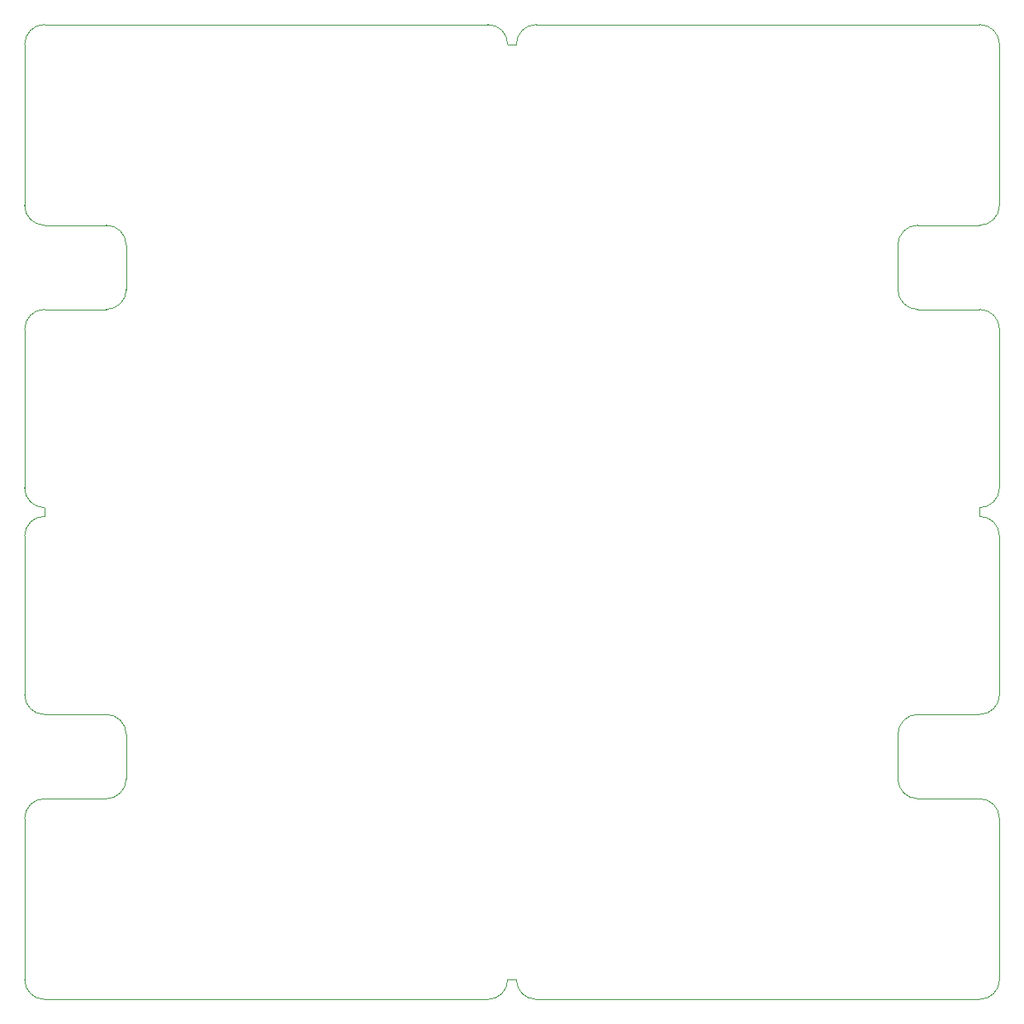
<source format=gm1>
G04 #@! TF.GenerationSoftware,KiCad,Pcbnew,5.1.8-1.fc31*
G04 #@! TF.CreationDate,2021-07-02T10:36:43+02:00*
G04 #@! TF.ProjectId,LoRaWANV2.1_panelized,4c6f5261-5741-44e5-9632-2e315f70616e,rev?*
G04 #@! TF.SameCoordinates,Original*
G04 #@! TF.FileFunction,Profile,NP*
%FSLAX46Y46*%
G04 Gerber Fmt 4.6, Leading zero omitted, Abs format (unit mm)*
G04 Created by KiCad (PCBNEW 5.1.8-1.fc31) date 2021-07-02 10:36:43*
%MOMM*%
%LPD*%
G01*
G04 APERTURE LIST*
G04 #@! TA.AperFunction,Profile*
%ADD10C,0.050000*%
G04 #@! TD*
G04 APERTURE END LIST*
D10*
X126492000Y-123571000D02*
X81026000Y-123571000D01*
X126492000Y-102997000D02*
X120142000Y-102997000D01*
X118110000Y-100965000D02*
X118110000Y-96393000D01*
X120142000Y-94361000D02*
X126492000Y-94361000D01*
X128524000Y-105029000D02*
X128524000Y-121539000D01*
X128524000Y-92329000D02*
X128524000Y-76073000D01*
X126492000Y-102997000D02*
G75*
G02*
X128524000Y-105029000I0J-2032000D01*
G01*
X128524000Y-92329000D02*
G75*
G02*
X126492000Y-94361000I-2032000J0D01*
G01*
X118110000Y-96393000D02*
G75*
G02*
X120142000Y-94361000I2032000J0D01*
G01*
X120142000Y-102997000D02*
G75*
G02*
X118110000Y-100965000I0J2032000D01*
G01*
X128524000Y-121539000D02*
G75*
G02*
X126492000Y-123571000I-2032000J0D01*
G01*
X81026000Y-123571000D02*
G75*
G02*
X78994000Y-121539000I0J2032000D01*
G01*
X126492000Y-74041000D02*
G75*
G02*
X128524000Y-76073000I0J-2032000D01*
G01*
X128524000Y-42164000D02*
X128524000Y-25654000D01*
X128524000Y-54864000D02*
G75*
G03*
X126492000Y-52832000I-2032000J0D01*
G01*
X126492000Y-44196000D02*
G75*
G03*
X128524000Y-42164000I0J2032000D01*
G01*
X120142000Y-52832000D02*
X126492000Y-52832000D01*
X126492000Y-73152000D02*
G75*
G03*
X128524000Y-71120000I0J2032000D01*
G01*
X118110000Y-46228000D02*
X118110000Y-50800000D01*
X126492000Y-44196000D02*
X120142000Y-44196000D01*
X128524000Y-25654000D02*
G75*
G03*
X126492000Y-23622000I-2032000J0D01*
G01*
X120142000Y-44196000D02*
G75*
G03*
X118110000Y-46228000I0J-2032000D01*
G01*
X118110000Y-50800000D02*
G75*
G03*
X120142000Y-52832000I2032000J0D01*
G01*
X128524000Y-54864000D02*
X128524000Y-71120000D01*
X126492000Y-23622000D02*
X81026000Y-23622000D01*
X81026000Y-23622000D02*
G75*
G03*
X78994000Y-25654000I0J-2032000D01*
G01*
X78105000Y-121539000D02*
X78994000Y-121539000D01*
X126492000Y-73152000D02*
X126492000Y-74041000D01*
X78105000Y-25654000D02*
X78994000Y-25654000D01*
X30607000Y-74041000D02*
X30607000Y-73152000D01*
X30607000Y-73152000D02*
G75*
G02*
X28575000Y-71120000I0J2032000D01*
G01*
X76073000Y-23622000D02*
G75*
G02*
X78105000Y-25654000I0J-2032000D01*
G01*
X28575000Y-25654000D02*
G75*
G02*
X30607000Y-23622000I2032000J0D01*
G01*
X36957000Y-44196000D02*
G75*
G02*
X38989000Y-46228000I0J-2032000D01*
G01*
X38989000Y-50800000D02*
G75*
G02*
X36957000Y-52832000I-2032000J0D01*
G01*
X28575000Y-54864000D02*
G75*
G02*
X30607000Y-52832000I2032000J0D01*
G01*
X30607000Y-44196000D02*
G75*
G02*
X28575000Y-42164000I0J2032000D01*
G01*
X28575000Y-54864000D02*
X28575000Y-71120000D01*
X28575000Y-42164000D02*
X28575000Y-25654000D01*
X36957000Y-52832000D02*
X30607000Y-52832000D01*
X38989000Y-46228000D02*
X38989000Y-50800000D01*
X30607000Y-44196000D02*
X36957000Y-44196000D01*
X30607000Y-23622000D02*
X76073000Y-23622000D01*
X30607000Y-74041000D02*
G75*
G03*
X28575000Y-76073000I0J-2032000D01*
G01*
X76073000Y-123571000D02*
G75*
G03*
X78105000Y-121539000I0J2032000D01*
G01*
X28575000Y-121539000D02*
G75*
G03*
X30607000Y-123571000I2032000J0D01*
G01*
X36957000Y-102997000D02*
G75*
G03*
X38989000Y-100965000I0J2032000D01*
G01*
X38989000Y-96393000D02*
G75*
G03*
X36957000Y-94361000I-2032000J0D01*
G01*
X28575000Y-92329000D02*
G75*
G03*
X30607000Y-94361000I2032000J0D01*
G01*
X30607000Y-102997000D02*
G75*
G03*
X28575000Y-105029000I0J-2032000D01*
G01*
X28575000Y-92329000D02*
X28575000Y-76073000D01*
X28575000Y-105029000D02*
X28575000Y-121539000D01*
X36957000Y-94361000D02*
X30607000Y-94361000D01*
X38989000Y-100965000D02*
X38989000Y-96393000D01*
X30607000Y-102997000D02*
X36957000Y-102997000D01*
X30607000Y-123571000D02*
X76073000Y-123571000D01*
M02*

</source>
